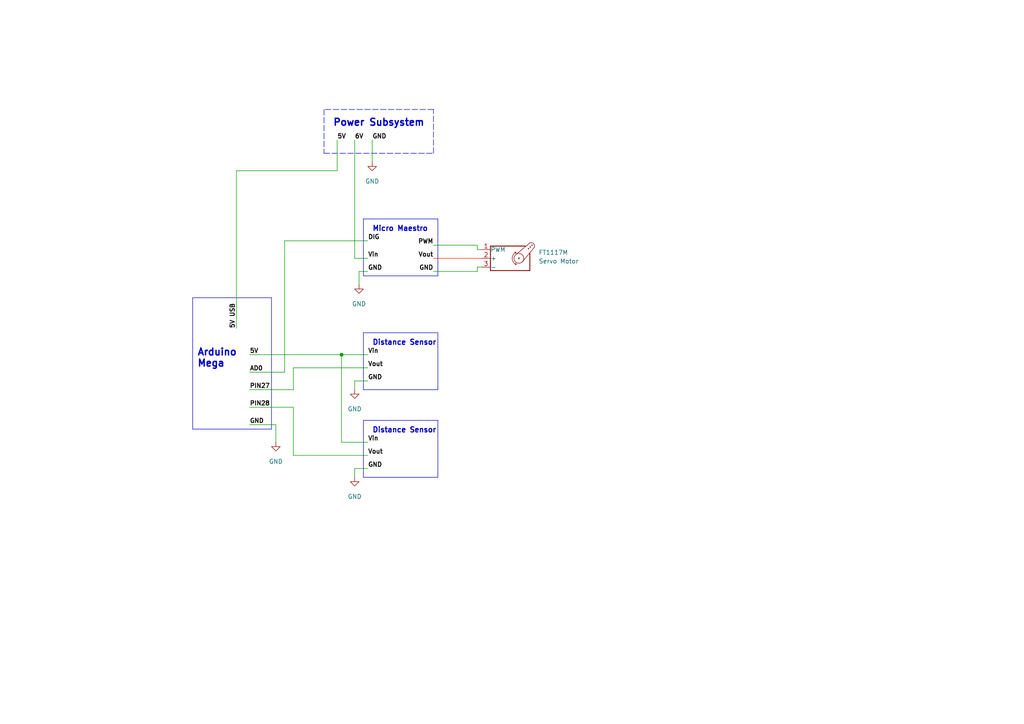
<source format=kicad_sch>
(kicad_sch (version 20211123) (generator eeschema)
  (paper "A4")
  (lib_symbols
    (symbol "Motor:Motor_Servo" (pin_names (offset 0.0254))
      (property "Reference" "M" (at -5.08 4.445 0))
      (property "Value" "Motor_Servo" (at -5.08 -4.064 0))
      (symbol "Motor_Servo_0_1"
        (polyline (pts (xy 2.413 -1.778) (xy 2.032 -1.778)))
        (polyline (pts (xy 2.413 -1.778) (xy 2.286 -1.397)))
        (polyline (pts (xy 2.413 1.778) (xy 1.905 1.778)))
        (polyline (pts (xy 2.413 1.778) (xy 2.286 1.397)))
        (polyline (pts (xy 6.35 4.445) (xy 2.54 1.27)))
        (polyline (pts (xy 7.62 3.175) (xy 4.191 -1.016)))
        (polyline (pts (xy 5.08 3.556) (xy -5.08 3.556) (xy -5.08 -3.556) (xy 6.35 -3.556) (xy 6.35 1.524)) (stroke (width 0.254)))
        (arc (start 2.413 1.778) (mid 1.2406 0) (end 2.413 -1.778))
        (circle (center 3.175 0) (radius 0.1778))
        (circle (center 3.175 0) (radius 1.4224))
        (circle (center 5.969 2.794) (radius 0.127))
        (circle (center 6.477 3.302) (radius 0.127))
        (circle (center 6.985 3.81) (radius 0.127))
        (arc (start 7.62 3.175) (mid 7.4485 4.2735) (end 6.35 4.445))
      )
      (symbol "Motor_Servo_1_1"
        (pin passive line (at -7.62 2.54 0) (length 2.54) (name "PWM") (number "1"))
        (pin passive line (at -7.62 0 0) (length 2.54) (name "+") (number "2"))
        (pin passive line (at -7.62 -2.54 0) (length 2.54) (name "-") (number "3"))
      )
    )
    (symbol "power:GND" (power) (pin_names (offset 0))
      (property "Value" "GND" (at 0 -3.81 0))
      (symbol "GND_0_1"
        (polyline (pts (xy 0 0) (xy 0 -1.27) (xy 1.27 -1.27) (xy 0 -2.54) (xy -1.27 -1.27) (xy 0 -1.27)))
      )
      (symbol "GND_1_1"
        (pin power_in line (at 0 0 270) (length 0) hide (name "GND") (number "1"))
      )
    )
  )
  (junction (at 99.06 102.87))
  (wire (pts (xy 106.68 106.68) (xy 85.09 106.68)))
  (polyline (pts (xy 107.95 63.5) (xy 127 63.5)) (stroke (width 0) (type solid)))
  (polyline (pts (xy 127 138.43) (xy 105.41 138.43)) (stroke (width 0) (type solid)))
  (wire (pts (xy 138.43 72.39) (xy 139.7 72.39)))
  (wire (pts (xy 106.68 128.27) (xy 99.06 128.27)))
  (wire (pts (xy 72.39 102.87) (xy 99.06 102.87)))
  (wire (pts (xy 72.39 113.03) (xy 85.09 113.03)))
  (wire (pts (xy 125.73 78.74) (xy 138.43 78.74)))
  (polyline (pts (xy 127 121.92) (xy 127 138.43)) (stroke (width 0) (type solid)))
  (polyline (pts (xy 105.41 80.01) (xy 105.41 63.5)) (stroke (width 0) (type solid)))
  (polyline (pts (xy 105.41 113.03) (xy 105.41 96.52)) (stroke (width 0) (type solid)))
  (polyline (pts (xy 78.74 124.46) (xy 78.74 86.36)) (stroke (width 0) (type solid)))
  (wire (pts (xy 106.68 132.08) (xy 85.09 132.08)))
  (wire (pts (xy 102.87 135.89) (xy 102.87 138.43)))
  (wire (pts (xy 80.01 123.19) (xy 80.01 128.27)))
  (polyline (pts (xy 93.98 44.45) (xy 125.73 44.45)))
  (polyline (pts (xy 127 113.03) (xy 105.41 113.03)) (stroke (width 0) (type solid)))
  (polyline (pts (xy 55.88 124.46) (xy 55.88 86.36)) (stroke (width 0) (type solid)))
  (wire (pts (xy 82.55 107.95) (xy 72.39 107.95)))
  (wire (pts (xy 138.43 71.12) (xy 138.43 72.39)))
  (wire (pts (xy 102.87 135.89) (xy 106.68 135.89)))
  (wire (pts (xy 125.73 71.12) (xy 138.43 71.12)))
  (wire (pts (xy 85.09 132.08) (xy 85.09 118.11)))
  (polyline (pts (xy 93.98 31.75) (xy 93.98 44.45)))
  (polyline (pts (xy 127 63.5) (xy 127 80.01)) (stroke (width 0) (type solid)))
  (wire (pts (xy 82.55 69.85) (xy 82.55 107.95)))
  (wire (pts (xy 107.95 40.64) (xy 107.95 46.99)))
  (wire (pts (xy 72.39 123.19) (xy 80.01 123.19)))
  (wire (pts (xy 99.06 128.27) (xy 99.06 102.87)))
  (wire (pts (xy 125.73 74.93) (xy 139.7 74.93)) (stroke (width 0) (color 255 26 0 1)))
  (polyline (pts (xy 107.95 96.52) (xy 127 96.52)) (stroke (width 0) (type solid)))
  (wire (pts (xy 138.43 78.74) (xy 138.43 77.47)))
  (wire (pts (xy 68.58 49.53) (xy 68.58 95.25)))
  (polyline (pts (xy 107.95 121.92) (xy 127 121.92)) (stroke (width 0) (type solid)))
  (wire (pts (xy 102.87 40.64) (xy 102.87 74.93)))
  (polyline (pts (xy 78.74 124.46) (xy 55.88 124.46)) (stroke (width 0) (type solid)))
  (polyline (pts (xy 105.41 121.92) (xy 107.95 121.92)) (stroke (width 0) (type solid)))
  (polyline (pts (xy 125.73 31.75) (xy 93.98 31.75)))
  (polyline (pts (xy 105.41 96.52) (xy 107.95 96.52)) (stroke (width 0) (type solid)))
  (wire (pts (xy 104.14 78.74) (xy 104.14 82.55)))
  (polyline (pts (xy 78.74 86.36) (xy 55.88 86.36)) (stroke (width 0) (type solid)))
  (wire (pts (xy 102.87 110.49) (xy 102.87 113.03)))
  (polyline (pts (xy 125.73 44.45) (xy 125.73 31.75)))
  (wire (pts (xy 99.06 102.87) (xy 106.68 102.87)))
  (polyline (pts (xy 105.41 138.43) (xy 105.41 121.92)) (stroke (width 0) (type solid)))
  (wire (pts (xy 97.79 49.53) (xy 68.58 49.53)))
  (polyline (pts (xy 105.41 80.01) (xy 127 80.01)) (stroke (width 0) (type solid)))
  (polyline (pts (xy 127 96.52) (xy 127 113.03)) (stroke (width 0) (type solid)))
  (wire (pts (xy 102.87 74.93) (xy 106.68 74.93)))
  (wire (pts (xy 85.09 106.68) (xy 85.09 113.03)))
  (wire (pts (xy 82.55 69.85) (xy 106.68 69.85)))
  (wire (pts (xy 102.87 110.49) (xy 106.68 110.49)))
  (wire (pts (xy 85.09 118.11) (xy 72.39 118.11)))
  (wire (pts (xy 104.14 78.74) (xy 106.68 78.74)))
  (polyline (pts (xy 105.41 63.5) (xy 107.95 63.5)) (stroke (width 0) (type solid)))
  (wire (pts (xy 97.79 40.64) (xy 97.79 49.53)))
  (wire (pts (xy 138.43 77.47) (xy 139.7 77.47)))
  (text "Power Subsystem" (at 96.52 36.83 0) (effects (font (size 2 2) (thickness 0.4) bold) (justify left bottom)))
  (text "Distance Sensor" (at 107.95 125.73 0) (effects (font (size 1.5 1.5) (thickness 0.3) bold) (justify left bottom)))
  (text "Distance Sensor" (at 107.95 100.33 0) (effects (font (size 1.5 1.5) (thickness 0.3) bold) (justify left bottom)))
  (text "Arduino\nMega" (at 57.15 106.68 0) (effects (font (size 2 2) (thickness 0.4) bold) (justify left bottom)))
  (text "Micro Maestro" (at 107.95 67.31 0) (effects (font (size 1.5 1.5) (thickness 0.3) bold) (justify left bottom)))
  (label "Vin" (at 106.68 74.93 0) (effects (font (thickness 0.254) bold)))
  (label "GND" (at 106.68 110.49 0) (effects (font (thickness 0.254) bold)))
  (label "Vin" (at 106.68 102.87 0) (effects (font (thickness 0.254) bold)))
  (label "GND" (at 72.39 123.19 0) (effects (font (thickness 0.254) bold)))
  (label "PWM" (at 125.73 71.12 180) (effects (font (thickness 0.254) bold)))
  (label "Vout" (at 106.68 132.08 0) (effects (font (thickness 0.254) bold)))
  (label "PIN27" (at 72.39 113.03 0) (effects (font (thickness 0.254) bold)))
  (label "Vout" (at 106.68 106.68 0) (effects (font (thickness 0.254) bold)))
  (label "GND" (at 106.68 78.74 0) (effects (font (thickness 0.254) bold)))
  (label "5V" (at 97.79 40.64 0) (effects (font (thickness 0.254) bold)))
  (label "PIN28" (at 72.39 118.11 0) (effects (font (thickness 0.254) bold)))
  (label "DIG" (at 106.68 69.85 0) (effects (font (thickness 0.254) bold)))
  (label "Vin" (at 106.68 128.27 0) (effects (font (thickness 0.254) bold)))
  (label "5V USB" (at 68.58 95.25 90) (effects (font (thickness 0.254) bold)))
  (label "GND" (at 107.95 40.64 0) (effects (font (thickness 0.254) bold)))
  (label "5V" (at 72.39 102.87 0) (effects (font (thickness 0.254) bold)))
  (label "GND" (at 125.73 78.74 180) (effects (font (thickness 0.254) bold)))
  (label "Vout" (at 125.73 74.93 180) (effects (font (thickness 0.254) bold)))
  (label "6V" (at 102.87 40.64 0) (effects (font (thickness 0.254) bold)))
  (label "AD0" (at 72.39 107.95 0) (effects (font (thickness 0.254) bold)))
  (label "GND" (at 106.68 135.89 0) (effects (font (thickness 0.254) bold)))
  (symbol (lib_id "Motor:Motor_Servo") (at 147.32 74.93 0) (unit 1)
    (property "Reference" "FT1117M" (at 156.21 73.2265 0) (effects (justify left)))
    (property "Value" "Servo Motor" (at 156.21 75.7665 0) (effects (justify left)))
    (property "Datasheet" "http://forums.parallax.com/uploads/attachments/46831/74481.png" (effects hide))
  )
  (symbol (lib_id "power:GND") (at 102.87 138.43 0) (unit 1)
    (property "Reference" "#PWR?" (effects hide))
    (property "Value" "GND" (at 102.87 144.018 0))
  )
  (symbol (lib_id "power:GND") (at 104.14 82.55 0) (unit 1)
    (property "Reference" "#PWR?" (effects hide))
    (property "Value" "GND" (at 104.14 88.138 0))
  )
  (symbol (lib_id "power:GND") (at 80.01 128.27 0) (unit 1)
    (property "Reference" "#PWR?" (effects hide))
    (property "Value" "GND" (at 80.01 133.858 0))
  )
  (symbol (lib_id "power:GND") (at 102.87 113.03 0) (unit 1)
    (property "Reference" "#PWR?" (effects hide))
    (property "Value" "GND" (at 102.87 118.618 0))
  )
  (symbol (lib_id "power:GND") (at 107.95 46.99 0) (unit 1)
    (property "Reference" "#PWR?" (effects hide))
    (property "Value" "GND" (at 107.95 52.578 0))
  )
)
</source>
